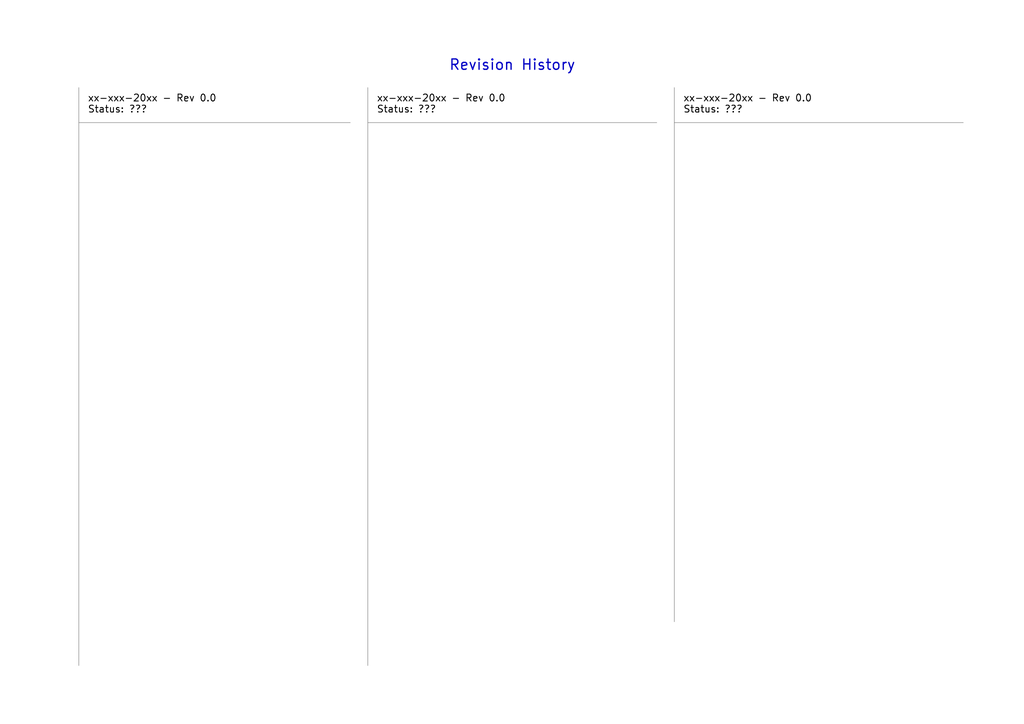
<source format=kicad_sch>
(kicad_sch
	(version 20250114)
	(generator "eeschema")
	(generator_version "9.0")
	(uuid "58678810-a1ae-4bf1-b11b-108993035dde")
	(paper "A4")
	(title_block
		(title "Revision History")
		(date "2025-07-15")
		(rev "1.0")
		(company "Wattle Labs")
	)
	(lib_symbols)
	(text "xx-xxx-20xx - Rev 0.0\nStatus: ???"
		(exclude_from_sim no)
		(at 25.4 33.02 0)
		(effects
			(font
				(size 2 2)
				(thickness 0.25)
				(color 0 0 0 1)
			)
			(justify left bottom)
		)
		(uuid "3b186278-0dab-4a47-81c2-53263d2b90fa")
	)
	(text "xx-xxx-20xx - Rev 0.0\nStatus: ???"
		(exclude_from_sim no)
		(at 109.22 33.02 0)
		(effects
			(font
				(size 2 2)
				(thickness 0.25)
				(color 0 0 0 1)
			)
			(justify left bottom)
		)
		(uuid "46d53000-4ca6-4d5f-b1e7-02cba2963c7a")
	)
	(text "xx-xxx-20xx - Rev 0.0\nStatus: ???"
		(exclude_from_sim no)
		(at 198.12 33.02 0)
		(effects
			(font
				(size 2 2)
				(thickness 0.25)
				(color 0 0 0 1)
			)
			(justify left bottom)
		)
		(uuid "e642c396-9621-490f-b006-fbe1d3c4a518")
	)
	(text_box ""
		(exclude_from_sim no)
		(at 25.4 38.1 0)
		(size 76.2 154.94)
		(margins 0.9524 0.9524 0.9524 0.9524)
		(stroke
			(width -0.0001)
			(type default)
		)
		(fill
			(type none)
		)
		(effects
			(font
				(size 1.27 1.27)
				(color 0 0 0 1)
			)
			(justify left top)
		)
		(uuid "32badec6-c8c6-4b35-bdb0-1cba4e204fa7")
	)
	(text_box "${TITLE}"
		(exclude_from_sim no)
		(at 12.065 12.065 0)
		(size 273.05 13.335)
		(margins 2.2499 2.2499 2.2499 2.2499)
		(stroke
			(width -0.0001)
			(type solid)
		)
		(fill
			(type none)
		)
		(effects
			(font
				(size 3 3)
				(thickness 0.375)
			)
		)
		(uuid "58cc4355-d97f-4860-9675-f6989c4253e8")
	)
	(text_box ""
		(exclude_from_sim no)
		(at 200.66 38.1 0)
		(size 81.28 142.24)
		(margins 0.9524 0.9524 0.9524 0.9524)
		(stroke
			(width -0.0001)
			(type default)
		)
		(fill
			(type none)
		)
		(effects
			(font
				(size 1.27 1.27)
				(color 0 0 0 1)
			)
			(justify left top)
		)
		(uuid "e6b85207-d86a-42b7-be2a-1e4ca9ab7743")
	)
	(text_box ""
		(exclude_from_sim no)
		(at 109.22 38.1 0)
		(size 81.28 142.24)
		(margins 0.9524 0.9524 0.9524 0.9524)
		(stroke
			(width -0.0001)
			(type default)
		)
		(fill
			(type none)
		)
		(effects
			(font
				(size 1.27 1.27)
				(color 0 0 0 1)
			)
			(justify left top)
		)
		(uuid "e8bf6853-1e36-4c76-81a3-f0c4a64a382e")
	)
	(polyline
		(pts
			(xy 22.86 25.4) (xy 22.86 193.04)
		)
		(stroke
			(width 0)
			(type default)
			(color 132 132 132 1)
		)
		(uuid "07426cb0-ca09-4dc8-bdc1-648b6253ebba")
	)
	(polyline
		(pts
			(xy 195.58 25.4) (xy 195.58 180.34)
		)
		(stroke
			(width 0)
			(type default)
			(color 132 132 132 1)
		)
		(uuid "2c16a7c8-3162-46f2-9b09-6f75e3727002")
	)
	(polyline
		(pts
			(xy 22.86 35.56) (xy 101.6 35.56)
		)
		(stroke
			(width 0)
			(type default)
			(color 132 132 132 1)
		)
		(uuid "68d2f6cb-cef6-4666-83d8-40db92ac0239")
	)
	(polyline
		(pts
			(xy 106.68 35.56) (xy 190.5 35.56)
		)
		(stroke
			(width 0)
			(type default)
			(color 132 132 132 1)
		)
		(uuid "87f25349-07d9-44d3-b2ca-519c7b00e77f")
	)
	(polyline
		(pts
			(xy 106.68 25.4) (xy 106.68 193.04)
		)
		(stroke
			(width 0)
			(type default)
			(color 132 132 132 1)
		)
		(uuid "a6f461a8-7f21-422d-b9bc-4e176b14a06d")
	)
	(polyline
		(pts
			(xy 195.58 35.56) (xy 279.4 35.56)
		)
		(stroke
			(width 0)
			(type default)
			(color 132 132 132 1)
		)
		(uuid "da3e5a18-f954-4acb-ba20-c67bc43adde9")
	)
)

</source>
